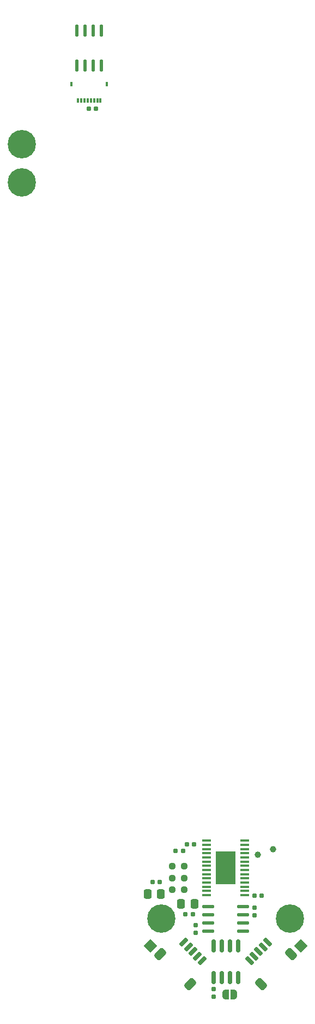
<source format=gbr>
%TF.GenerationSoftware,KiCad,Pcbnew,8.0.7-8.0.7-0~ubuntu22.04.1*%
%TF.CreationDate,2025-01-08T19:04:50+01:00*%
%TF.ProjectId,bldc_servo_mini_v1,626c6463-5f73-4657-9276-6f5f6d696e69,rev?*%
%TF.SameCoordinates,Original*%
%TF.FileFunction,Soldermask,Top*%
%TF.FilePolarity,Negative*%
%FSLAX46Y46*%
G04 Gerber Fmt 4.6, Leading zero omitted, Abs format (unit mm)*
G04 Created by KiCad (PCBNEW 8.0.7-8.0.7-0~ubuntu22.04.1) date 2025-01-08 19:04:50*
%MOMM*%
%LPD*%
G01*
G04 APERTURE LIST*
G04 Aperture macros list*
%AMRoundRect*
0 Rectangle with rounded corners*
0 $1 Rounding radius*
0 $2 $3 $4 $5 $6 $7 $8 $9 X,Y pos of 4 corners*
0 Add a 4 corners polygon primitive as box body*
4,1,4,$2,$3,$4,$5,$6,$7,$8,$9,$2,$3,0*
0 Add four circle primitives for the rounded corners*
1,1,$1+$1,$2,$3*
1,1,$1+$1,$4,$5*
1,1,$1+$1,$6,$7*
1,1,$1+$1,$8,$9*
0 Add four rect primitives between the rounded corners*
20,1,$1+$1,$2,$3,$4,$5,0*
20,1,$1+$1,$4,$5,$6,$7,0*
20,1,$1+$1,$6,$7,$8,$9,0*
20,1,$1+$1,$8,$9,$2,$3,0*%
%AMRotRect*
0 Rectangle, with rotation*
0 The origin of the aperture is its center*
0 $1 length*
0 $2 width*
0 $3 Rotation angle, in degrees counterclockwise*
0 Add horizontal line*
21,1,$1,$2,0,0,$3*%
%AMFreePoly0*
4,1,19,0.000000,0.744911,0.071157,0.744911,0.207708,0.704816,0.327430,0.627875,0.420627,0.520320,0.479746,0.390866,0.500000,0.250000,0.500000,-0.250000,0.479746,-0.390866,0.420627,-0.520320,0.327430,-0.627875,0.207708,-0.704816,0.071157,-0.744911,0.000000,-0.744911,0.000000,-0.750000,-0.500000,-0.750000,-0.500000,0.750000,0.000000,0.750000,0.000000,0.744911,0.000000,0.744911,
$1*%
%AMFreePoly1*
4,1,19,0.500000,-0.750000,0.000000,-0.750000,0.000000,-0.744911,-0.071157,-0.744911,-0.207708,-0.704816,-0.327430,-0.627875,-0.420627,-0.520320,-0.479746,-0.390866,-0.500000,-0.250000,-0.500000,0.250000,-0.479746,0.390866,-0.420627,0.520320,-0.327430,0.627875,-0.207708,0.704816,-0.071157,0.744911,0.000000,0.744911,0.000000,0.750000,0.500000,0.750000,0.500000,-0.750000,0.500000,-0.750000,
$1*%
G04 Aperture macros list end*
%ADD10RotRect,1.500000X1.500000X45.000000*%
%ADD11RoundRect,0.155000X0.212500X0.155000X-0.212500X0.155000X-0.212500X-0.155000X0.212500X-0.155000X0*%
%ADD12RoundRect,0.250000X0.337500X0.475000X-0.337500X0.475000X-0.337500X-0.475000X0.337500X-0.475000X0*%
%ADD13RoundRect,0.155000X-0.212500X-0.155000X0.212500X-0.155000X0.212500X0.155000X-0.212500X0.155000X0*%
%ADD14C,1.000000*%
%ADD15O,1.950000X0.568500*%
%ADD16RoundRect,0.155000X0.155000X-0.212500X0.155000X0.212500X-0.155000X0.212500X-0.155000X-0.212500X0*%
%ADD17RoundRect,0.155000X-0.155000X0.212500X-0.155000X-0.212500X0.155000X-0.212500X0.155000X0.212500X0*%
%ADD18O,0.568500X1.950000*%
%ADD19RoundRect,0.150000X-0.150000X0.825000X-0.150000X-0.825000X0.150000X-0.825000X0.150000X0.825000X0*%
%ADD20RoundRect,0.237500X-0.250000X-0.237500X0.250000X-0.237500X0.250000X0.237500X-0.250000X0.237500X0*%
%ADD21RoundRect,0.160000X0.160000X-0.197500X0.160000X0.197500X-0.160000X0.197500X-0.160000X-0.197500X0*%
%ADD22FreePoly0,180.000000*%
%ADD23FreePoly1,180.000000*%
%ADD24RoundRect,0.150000X-0.548008X-0.335876X-0.335876X-0.548008X0.548008X0.335876X0.335876X0.548008X0*%
%ADD25RoundRect,0.250000X-0.707107X-0.212132X-0.212132X-0.707107X0.707107X0.212132X0.212132X0.707107X0*%
%ADD26RoundRect,0.250000X0.212132X-0.707107X0.707107X-0.212132X-0.212132X0.707107X-0.707107X0.212132X0*%
%ADD27RoundRect,0.150000X0.335876X-0.548008X0.548008X-0.335876X-0.335876X0.548008X-0.548008X0.335876X0*%
%ADD28R,3.100000X5.180000*%
%ADD29R,1.475000X0.450000*%
%ADD30C,2.600000*%
%ADD31C,4.400000*%
%ADD32R,0.400000X0.800000*%
%ADD33R,0.300000X0.800000*%
%ADD34RoundRect,0.250000X-0.337500X-0.475000X0.337500X-0.475000X0.337500X0.475000X-0.337500X0.475000X0*%
G04 APERTURE END LIST*
D10*
%TO.C,PAD5*%
X111700000Y-104200000D03*
%TD*%
%TO.C,PAD4*%
X88300000Y-104200000D03*
%TD*%
D11*
%TO.C,C15*%
X89767500Y-94300000D03*
X88632500Y-94300000D03*
%TD*%
D12*
%TO.C,C8*%
X89937500Y-96200000D03*
X87862500Y-96200000D03*
%TD*%
D13*
%TO.C,C14*%
X93732500Y-99300000D03*
X94867500Y-99300000D03*
%TD*%
D14*
%TO.C,J5*%
X104977010Y-90056586D03*
X107326242Y-89201536D03*
%TD*%
D15*
%TO.C,U1*%
X97295000Y-98095000D03*
X97295000Y-99365000D03*
X97295000Y-100635000D03*
X97295000Y-101905000D03*
X102705000Y-98095000D03*
X102705000Y-99365000D03*
X102705000Y-100635000D03*
X102705000Y-101905000D03*
%TD*%
D16*
%TO.C,C7*%
X104500000Y-99467500D03*
X104500000Y-98332500D03*
%TD*%
D13*
%TO.C,C16*%
X95067500Y-88500000D03*
X93932500Y-88500000D03*
%TD*%
D17*
%TO.C,C10*%
X95300000Y-101032500D03*
X95300000Y-102167500D03*
%TD*%
D13*
%TO.C,C9*%
X104432500Y-96400000D03*
X105567500Y-96400000D03*
%TD*%
D11*
%TO.C,C6*%
X93367500Y-89500000D03*
X92232500Y-89500000D03*
%TD*%
D18*
%TO.C,U4*%
X76895000Y32295000D03*
X78165000Y32295000D03*
X79435000Y32295000D03*
X80705000Y32295000D03*
X76895000Y37705000D03*
X78165000Y37705000D03*
X79435000Y37705000D03*
X80705000Y37705000D03*
%TD*%
D19*
%TO.C,U3*%
X101905000Y-104225000D03*
X100635000Y-104225000D03*
X99365000Y-104225000D03*
X98095000Y-104225000D03*
X98095000Y-109175000D03*
X99365000Y-109175000D03*
X100635000Y-109175000D03*
X101905000Y-109175000D03*
%TD*%
D20*
%TO.C,R29*%
X91687500Y-91900000D03*
X93512500Y-91900000D03*
%TD*%
%TO.C,R16*%
X91687500Y-95500000D03*
X93512500Y-95500000D03*
%TD*%
%TO.C,R13*%
X93512500Y-93700000D03*
X91687500Y-93700000D03*
%TD*%
D21*
%TO.C,R3*%
X98100000Y-112097500D03*
X98100000Y-110902500D03*
%TD*%
D22*
%TO.C,JP1*%
X99950000Y-111800000D03*
D23*
X101250000Y-111800000D03*
%TD*%
D24*
%TO.C,J6*%
X93500000Y-103671573D03*
X94207108Y-104378680D03*
X94914214Y-105085786D03*
X95621320Y-105792893D03*
X96328427Y-106500000D03*
D25*
X89840722Y-105492372D03*
X94507627Y-110159279D03*
%TD*%
D26*
%TO.C,J1*%
X110159279Y-105492373D03*
X105492374Y-110159278D03*
D27*
X106500000Y-103671573D03*
X105792893Y-104378680D03*
X105085784Y-105085786D03*
X104378680Y-105792893D03*
X103671573Y-106500000D03*
%TD*%
D28*
%TO.C,IC1*%
X100000000Y-92125000D03*
D29*
X102938000Y-87900000D03*
X102938000Y-88550000D03*
X102938000Y-89200000D03*
X102938000Y-89850000D03*
X102938000Y-90500000D03*
X102938000Y-91150000D03*
X102938000Y-91800000D03*
X102938000Y-92450000D03*
X102938000Y-93100000D03*
X102938000Y-93750000D03*
X102938000Y-94400000D03*
X102938000Y-95050000D03*
X102938000Y-95700000D03*
X102938000Y-96350000D03*
X97062000Y-96350000D03*
X97062000Y-95700000D03*
X97062000Y-95050000D03*
X97062000Y-94400000D03*
X97062000Y-93750000D03*
X97062000Y-93100000D03*
X97062000Y-92450000D03*
X97062000Y-91800000D03*
X97062000Y-91150000D03*
X97062000Y-90500000D03*
X97062000Y-89850000D03*
X97062000Y-89200000D03*
X97062000Y-88550000D03*
X97062000Y-87900000D03*
%TD*%
D30*
%TO.C,H6*%
X68300000Y14100000D03*
D31*
X68300000Y14100000D03*
%TD*%
D30*
%TO.C,H5*%
X68300000Y20050000D03*
D31*
X68300000Y20050000D03*
%TD*%
D30*
%TO.C,H2*%
X90000000Y-100000000D03*
D31*
X90000000Y-100000000D03*
%TD*%
D30*
%TO.C,H1*%
X110000000Y-100000000D03*
D31*
X110000000Y-100000000D03*
%TD*%
D32*
%TO.C,FPC_SENSOR2*%
X76050000Y29350000D03*
D33*
X80550000Y26850000D03*
X80050000Y26850000D03*
X79550000Y26850000D03*
X79050000Y26850000D03*
X78550000Y26850000D03*
X78050000Y26850000D03*
X77550000Y26850000D03*
X77050000Y26850000D03*
D32*
X81550000Y29350000D03*
%TD*%
D34*
%TO.C,C12*%
X95137500Y-97700000D03*
X93062500Y-97700000D03*
%TD*%
D11*
%TO.C,C11*%
X79867500Y25600000D03*
X78732500Y25600000D03*
%TD*%
M02*

</source>
